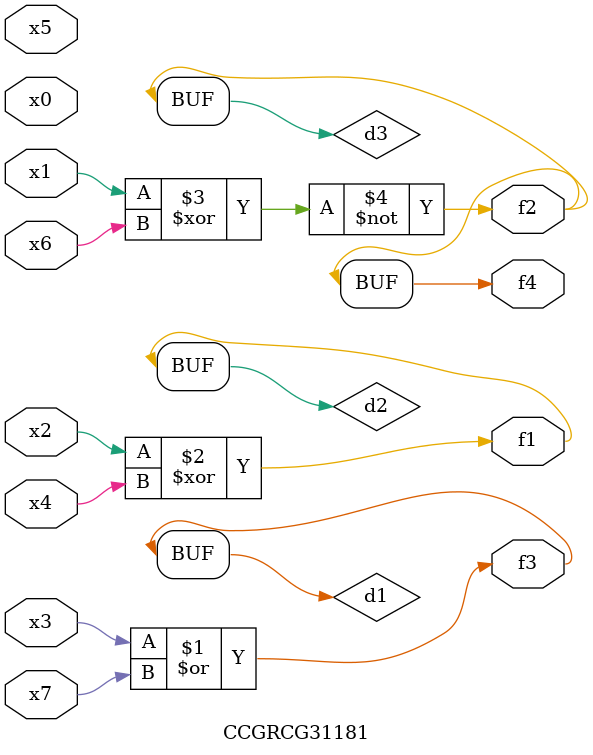
<source format=v>
module CCGRCG31181(
	input x0, x1, x2, x3, x4, x5, x6, x7,
	output f1, f2, f3, f4
);

	wire d1, d2, d3;

	or (d1, x3, x7);
	xor (d2, x2, x4);
	xnor (d3, x1, x6);
	assign f1 = d2;
	assign f2 = d3;
	assign f3 = d1;
	assign f4 = d3;
endmodule

</source>
